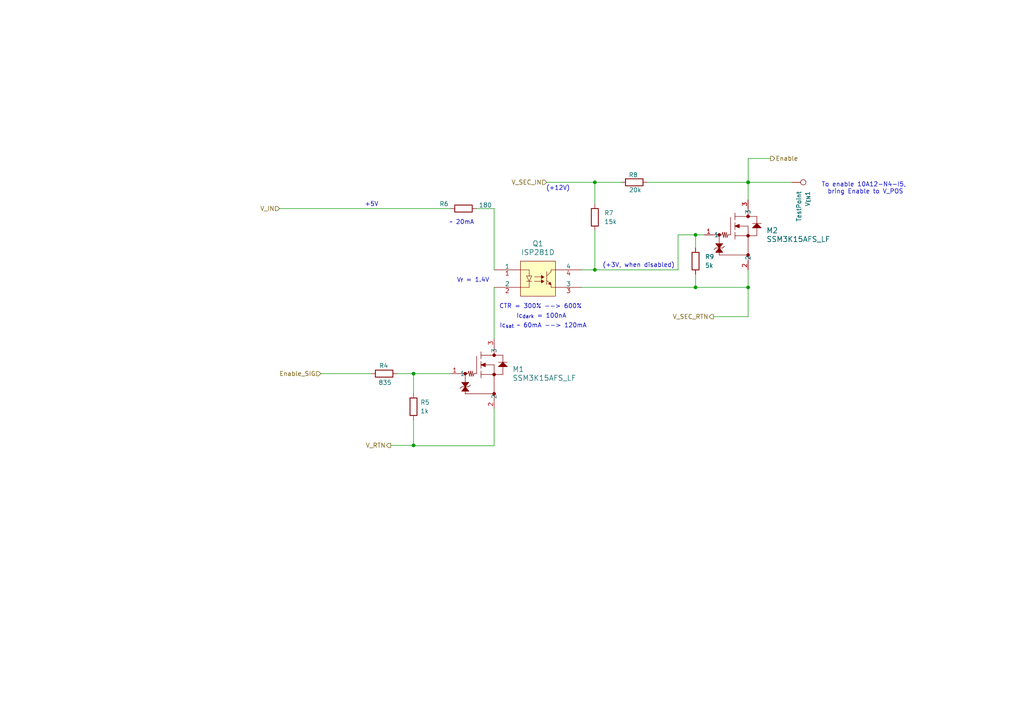
<source format=kicad_sch>
(kicad_sch
	(version 20250114)
	(generator "eeschema")
	(generator_version "9.0")
	(uuid "d579b473-ed42-4a9c-847c-d9f8bc85dc37")
	(paper "A4")
	(lib_symbols
		(symbol "ISOCOM:ISP281D"
			(pin_names
				(offset 0)
			)
			(exclude_from_sim no)
			(in_bom yes)
			(on_board yes)
			(property "Reference" "Q"
				(at 8.89 7.366 0)
				(effects
					(font
						(size 1.524 1.524)
					)
				)
			)
			(property "Value" "ISP281D"
				(at 12.446 4.572 0)
				(effects
					(font
						(size 1.524 1.524)
					)
				)
			)
			(property "Footprint" "ISOCOM:ISP281D_ISO"
				(at 0 0 0)
				(effects
					(font
						(size 1.27 1.27)
						(italic yes)
					)
					(hide yes)
				)
			)
			(property "Datasheet" "http://isocom.com/wp-content/uploads/2020/06/dd93256-030620.pdf"
				(at 0 0 0)
				(effects
					(font
						(size 1.27 1.27)
						(italic yes)
					)
					(hide yes)
				)
			)
			(property "Description" "Optoisolator Transistor Output 3750Vrms 1 Channel 4-SOP"
				(at 0 0 0)
				(effects
					(font
						(size 1.27 1.27)
					)
					(hide yes)
				)
			)
			(property "Manufacturer" "Isocom Components 2004 LTD"
				(at 0 0 0)
				(effects
					(font
						(size 1.27 1.27)
					)
					(hide yes)
				)
			)
			(property "Man. Part Num" "ISP281D"
				(at 0 0 0)
				(effects
					(font
						(size 1.27 1.27)
					)
					(hide yes)
				)
			)
			(property "Distributor" "Digi-Key"
				(at 0 0 0)
				(effects
					(font
						(size 1.27 1.27)
					)
					(hide yes)
				)
			)
			(property "Dist. Part Num" "58-ISP281DCT-ND"
				(at 0 0 0)
				(effects
					(font
						(size 1.27 1.27)
					)
					(hide yes)
				)
			)
			(property "Part Type" "SMD"
				(at 0 0 0)
				(effects
					(font
						(size 1.27 1.27)
					)
					(hide yes)
				)
			)
			(property "Package" "4-SOP"
				(at 0 0 0)
				(effects
					(font
						(size 1.27 1.27)
					)
					(hide yes)
				)
			)
			(property "Notes" ""
				(at 0 0 0)
				(effects
					(font
						(size 1.27 1.27)
					)
					(hide yes)
				)
			)
			(property "ki_keywords" "ISP281D"
				(at 0 0 0)
				(effects
					(font
						(size 1.27 1.27)
					)
					(hide yes)
				)
			)
			(property "ki_fp_filters" "ISP281D_ISO ISP281D_ISO-M ISP281D_ISO-L"
				(at 0 0 0)
				(effects
					(font
						(size 1.27 1.27)
					)
					(hide yes)
				)
			)
			(symbol "ISP281D_0_1"
				(polyline
					(pts
						(xy 9.398 -1.778) (xy 10.16 -3.302)
					)
					(stroke
						(width 0.127)
						(type default)
					)
					(fill
						(type none)
					)
				)
				(polyline
					(pts
						(xy 9.398 -3.302) (xy 10.922 -3.302)
					)
					(stroke
						(width 0.127)
						(type default)
					)
					(fill
						(type none)
					)
				)
				(polyline
					(pts
						(xy 10.16 0) (xy 7.62 0)
					)
					(stroke
						(width 0.127)
						(type default)
					)
					(fill
						(type none)
					)
				)
				(polyline
					(pts
						(xy 10.16 0) (xy 10.16 -1.778)
					)
					(stroke
						(width 0.127)
						(type default)
					)
					(fill
						(type none)
					)
				)
				(polyline
					(pts
						(xy 10.16 -3.302) (xy 10.16 -5.08)
					)
					(stroke
						(width 0.127)
						(type default)
					)
					(fill
						(type none)
					)
				)
				(polyline
					(pts
						(xy 10.16 -3.302) (xy 10.922 -1.778)
					)
					(stroke
						(width 0.127)
						(type default)
					)
					(fill
						(type none)
					)
				)
				(polyline
					(pts
						(xy 10.16 -5.08) (xy 7.62 -5.08)
					)
					(stroke
						(width 0.127)
						(type default)
					)
					(fill
						(type none)
					)
				)
				(polyline
					(pts
						(xy 10.922 -1.778) (xy 9.398 -1.778)
					)
					(stroke
						(width 0.127)
						(type default)
					)
					(fill
						(type none)
					)
				)
				(polyline
					(pts
						(xy 11.684 -2.032) (xy 13.716 -2.032)
					)
					(stroke
						(width 0.127)
						(type default)
					)
					(fill
						(type none)
					)
				)
				(polyline
					(pts
						(xy 11.684 -3.302) (xy 13.716 -3.302)
					)
					(stroke
						(width 0.127)
						(type default)
					)
					(fill
						(type none)
					)
				)
				(polyline
					(pts
						(xy 13.716 -1.524) (xy 13.716 -2.54) (xy 14.478 -2.032)
					)
					(stroke
						(width 0)
						(type default)
					)
					(fill
						(type outline)
					)
				)
				(polyline
					(pts
						(xy 13.716 -2.794) (xy 13.716 -3.81) (xy 14.478 -3.302)
					)
					(stroke
						(width 0)
						(type default)
					)
					(fill
						(type outline)
					)
				)
				(polyline
					(pts
						(xy 15.24 -1.778) (xy 16.51 -0.508)
					)
					(stroke
						(width 0.127)
						(type default)
					)
					(fill
						(type none)
					)
				)
				(polyline
					(pts
						(xy 15.24 -3.048) (xy 16.002 -3.81)
					)
					(stroke
						(width 0.127)
						(type default)
					)
					(fill
						(type none)
					)
				)
				(polyline
					(pts
						(xy 15.24 -4.318) (xy 15.24 -0.508)
					)
					(stroke
						(width 0.127)
						(type default)
					)
					(fill
						(type none)
					)
				)
				(polyline
					(pts
						(xy 16.4717 -4.3107) (xy 15.748 -4.064) (xy 16.256 -3.556) (xy 16.51 -4.318)
					)
					(stroke
						(width 0)
						(type default)
					)
					(fill
						(type outline)
					)
				)
				(polyline
					(pts
						(xy 16.51 0) (xy 17.78 0)
					)
					(stroke
						(width 0.127)
						(type default)
					)
					(fill
						(type none)
					)
				)
				(polyline
					(pts
						(xy 16.51 -0.508) (xy 16.51 0)
					)
					(stroke
						(width 0.127)
						(type default)
					)
					(fill
						(type none)
					)
				)
				(polyline
					(pts
						(xy 16.51 -4.318) (xy 16.51 -5.08)
					)
					(stroke
						(width 0.127)
						(type default)
					)
					(fill
						(type none)
					)
				)
				(polyline
					(pts
						(xy 17.78 -5.08) (xy 16.51 -5.08)
					)
					(stroke
						(width 0.127)
						(type default)
					)
					(fill
						(type none)
					)
				)
				(pin unspecified line
					(at 0 0 0)
					(length 7.62)
					(name "1"
						(effects
							(font
								(size 1.27 1.27)
							)
						)
					)
					(number "1"
						(effects
							(font
								(size 1.27 1.27)
							)
						)
					)
				)
				(pin unspecified line
					(at 0 -5.08 0)
					(length 7.62)
					(name "2"
						(effects
							(font
								(size 1.27 1.27)
							)
						)
					)
					(number "2"
						(effects
							(font
								(size 1.27 1.27)
							)
						)
					)
				)
				(pin unspecified line
					(at 25.4 0 180)
					(length 7.62)
					(name "4"
						(effects
							(font
								(size 1.27 1.27)
							)
						)
					)
					(number "4"
						(effects
							(font
								(size 1.27 1.27)
							)
						)
					)
				)
				(pin unspecified line
					(at 25.4 -5.08 180)
					(length 7.62)
					(name "3"
						(effects
							(font
								(size 1.27 1.27)
							)
						)
					)
					(number "3"
						(effects
							(font
								(size 1.27 1.27)
							)
						)
					)
				)
			)
			(symbol "ISP281D_1_1"
				(rectangle
					(start 7.62 2.54)
					(end 17.78 -7.62)
					(stroke
						(width 0)
						(type default)
					)
					(fill
						(type background)
					)
				)
			)
			(embedded_fonts no)
		)
		(symbol "Passive_Parts:R"
			(pin_numbers
				(hide yes)
			)
			(pin_names
				(offset 0)
				(hide yes)
			)
			(exclude_from_sim no)
			(in_bom yes)
			(on_board yes)
			(property "Reference" "R"
				(at 2.54 5.08 0)
				(effects
					(font
						(size 1.27 1.27)
					)
				)
			)
			(property "Value" ""
				(at 0 0 0)
				(effects
					(font
						(size 1.27 1.27)
					)
				)
			)
			(property "Footprint" ""
				(at 0 0 0)
				(effects
					(font
						(size 1.27 1.27)
					)
					(hide yes)
				)
			)
			(property "Datasheet" ""
				(at 0 0 0)
				(effects
					(font
						(size 1.27 1.27)
					)
					(hide yes)
				)
			)
			(property "Description" ""
				(at 0 0 0)
				(effects
					(font
						(size 1.27 1.27)
					)
					(hide yes)
				)
			)
			(property "Manufacturer" ""
				(at 0 0 0)
				(effects
					(font
						(size 1.27 1.27)
					)
					(hide yes)
				)
			)
			(property "Man. Part Num" ""
				(at 0 0 0)
				(effects
					(font
						(size 1.27 1.27)
					)
					(hide yes)
				)
			)
			(property "Distributor" "Digi-Key"
				(at 0 0 0)
				(effects
					(font
						(size 1.27 1.27)
					)
					(hide yes)
				)
			)
			(property "Dist. Part Num" ""
				(at 0 0 0)
				(effects
					(font
						(size 1.27 1.27)
					)
					(hide yes)
				)
			)
			(property "Part Type" "SMD"
				(at 0 0 0)
				(effects
					(font
						(size 1.27 1.27)
					)
					(hide yes)
				)
			)
			(property "Notes" ""
				(at 0 0 0)
				(effects
					(font
						(size 1.27 1.27)
					)
					(hide yes)
				)
			)
			(property "Package" ""
				(at 0 0 0)
				(effects
					(font
						(size 1.27 1.27)
					)
					(hide yes)
				)
			)
			(symbol "R_0_1"
				(rectangle
					(start 5.08 1.524)
					(end 0 3.556)
					(stroke
						(width 0.254)
						(type default)
					)
					(fill
						(type none)
					)
				)
			)
			(symbol "R_1_1"
				(pin passive line
					(at -1.27 2.54 0)
					(length 1.27)
					(name "~"
						(effects
							(font
								(size 1.27 1.27)
							)
						)
					)
					(number "1"
						(effects
							(font
								(size 1.27 1.27)
							)
						)
					)
				)
				(pin passive line
					(at 6.35 2.54 180)
					(length 1.27)
					(name "~"
						(effects
							(font
								(size 1.27 1.27)
							)
						)
					)
					(number "2"
						(effects
							(font
								(size 1.27 1.27)
							)
						)
					)
				)
			)
			(embedded_fonts no)
		)
		(symbol "Passive_Parts:TP"
			(pin_numbers
				(hide yes)
			)
			(pin_names
				(hide yes)
			)
			(exclude_from_sim no)
			(in_bom yes)
			(on_board yes)
			(property "Reference" "TP"
				(at 2.286 3.302 0)
				(effects
					(font
						(size 1.27 1.27)
					)
				)
			)
			(property "Value" ""
				(at -2.54 0 0)
				(effects
					(font
						(size 1.27 1.27)
					)
				)
			)
			(property "Footprint" ""
				(at -2.54 0 0)
				(effects
					(font
						(size 1.27 1.27)
					)
					(hide yes)
				)
			)
			(property "Datasheet" ""
				(at -2.54 0 0)
				(effects
					(font
						(size 1.27 1.27)
					)
					(hide yes)
				)
			)
			(property "Description" ""
				(at -2.54 0 0)
				(effects
					(font
						(size 1.27 1.27)
					)
					(hide yes)
				)
			)
			(property "Manufacturer" ""
				(at 0 0 0)
				(effects
					(font
						(size 1.27 1.27)
					)
					(hide yes)
				)
			)
			(property "Man. Part Num" ""
				(at 0 0 0)
				(effects
					(font
						(size 1.27 1.27)
					)
					(hide yes)
				)
			)
			(property "Distributor" ""
				(at 0 0 0)
				(effects
					(font
						(size 1.27 1.27)
					)
					(hide yes)
				)
			)
			(property "Dist. Part Num" ""
				(at 0 0 0)
				(effects
					(font
						(size 1.27 1.27)
					)
					(hide yes)
				)
			)
			(property "Part Type" ""
				(at 0 0 0)
				(effects
					(font
						(size 1.27 1.27)
					)
					(hide yes)
				)
			)
			(property "Package" ""
				(at 0 0 0)
				(effects
					(font
						(size 1.27 1.27)
					)
					(hide yes)
				)
			)
			(property "Notes" ""
				(at 0 0 0)
				(effects
					(font
						(size 1.27 1.27)
					)
					(hide yes)
				)
			)
			(symbol "TP_0_1"
				(circle
					(center 0 3.302)
					(radius 0.762)
					(stroke
						(width 0)
						(type default)
					)
					(fill
						(type none)
					)
				)
			)
			(symbol "TP_1_1"
				(pin passive line
					(at 0 0 90)
					(length 2.54)
					(name "1"
						(effects
							(font
								(size 1.27 1.27)
							)
						)
					)
					(number "1"
						(effects
							(font
								(size 1.27 1.27)
							)
						)
					)
				)
			)
			(embedded_fonts no)
		)
		(symbol "Toshiba_Semi:SSM3K15AFS_LF"
			(pin_names
				(offset 0.254)
			)
			(exclude_from_sim no)
			(in_bom yes)
			(on_board yes)
			(property "Reference" "MOSFET"
				(at 0 0 0)
				(effects
					(font
						(size 1.524 1.524)
					)
				)
			)
			(property "Value" "SSM3K15AFS_LF"
				(at 0 0 0)
				(effects
					(font
						(size 1.524 1.524)
					)
				)
			)
			(property "Footprint" "SSM_TOS"
				(at 0 0 0)
				(effects
					(font
						(size 1.27 1.27)
						(italic yes)
					)
					(hide yes)
				)
			)
			(property "Datasheet" "https://toshiba.semicon-storage.com/info/SSM3K15AFS_datasheet_en_20140301.pdf?did=5914&prodName=SSM3K15AFS"
				(at 0 0 0)
				(effects
					(font
						(size 1.27 1.27)
						(italic yes)
					)
					(hide yes)
				)
			)
			(property "Description" "MOSFET N-CH 30V 100MA SSM"
				(at 0 0 0)
				(effects
					(font
						(size 1.27 1.27)
					)
					(hide yes)
				)
			)
			(property "Manufacturer" "Toshiba Semiconductor and Storage"
				(at 0 0 0)
				(effects
					(font
						(size 1.27 1.27)
					)
					(hide yes)
				)
			)
			(property "Man. Part Num" "SSM3K15AFS,LF"
				(at 0 0 0)
				(effects
					(font
						(size 1.27 1.27)
					)
					(hide yes)
				)
			)
			(property "Distributor" "Digi-Key"
				(at 0 0 0)
				(effects
					(font
						(size 1.27 1.27)
					)
					(hide yes)
				)
			)
			(property "Dist. Part Num" "SSM3K15AFSLFCT-ND"
				(at 0 0 0)
				(effects
					(font
						(size 1.27 1.27)
					)
					(hide yes)
				)
			)
			(property "Part Type" "SMD"
				(at 0 0 0)
				(effects
					(font
						(size 1.27 1.27)
					)
					(hide yes)
				)
			)
			(property "Package" "SSM_TOS"
				(at 0 0 0)
				(effects
					(font
						(size 1.27 1.27)
					)
					(hide yes)
				)
			)
			(property "Notes" ""
				(at 0 0 0)
				(effects
					(font
						(size 1.27 1.27)
					)
					(hide yes)
				)
			)
			(property "ki_keywords" "SSM3K15AFS,LF"
				(at 0 0 0)
				(effects
					(font
						(size 1.27 1.27)
					)
					(hide yes)
				)
			)
			(property "ki_fp_filters" "SSM_TOS SSM_TOS-M SSM_TOS-L"
				(at 0 0 0)
				(effects
					(font
						(size 1.27 1.27)
					)
					(hide yes)
				)
			)
			(symbol "SSM3K15AFS_LF_0_1"
				(polyline
					(pts
						(xy 0 -7.62) (xy 2.54 -7.62)
					)
					(stroke
						(width 0.1524)
						(type default)
					)
					(fill
						(type none)
					)
				)
				(polyline
					(pts
						(xy 0.762 -10.16) (xy 1.778 -11.43)
					)
					(stroke
						(width 0.1524)
						(type default)
					)
					(fill
						(type none)
					)
				)
				(polyline
					(pts
						(xy 0.762 -10.16) (xy 1.778 -11.43) (xy 0.762 -12.7) (xy 2.794 -12.7) (xy 1.778 -11.43) (xy 2.794 -10.16)
					)
					(stroke
						(width 0)
						(type default)
					)
					(fill
						(type outline)
					)
				)
				(polyline
					(pts
						(xy 0.762 -11.43) (xy 0.254 -11.938)
					)
					(stroke
						(width 0.1524)
						(type default)
					)
					(fill
						(type none)
					)
				)
				(polyline
					(pts
						(xy 0.762 -11.43) (xy 2.794 -11.43)
					)
					(stroke
						(width 0.1524)
						(type default)
					)
					(fill
						(type none)
					)
				)
				(polyline
					(pts
						(xy 0.762 -12.7) (xy 2.794 -12.7)
					)
					(stroke
						(width 0.1524)
						(type default)
					)
					(fill
						(type none)
					)
				)
				(polyline
					(pts
						(xy 1.778 -7.62) (xy 1.778 -10.16)
					)
					(stroke
						(width 0.1524)
						(type default)
					)
					(fill
						(type none)
					)
				)
				(circle
					(center 1.778 -7.62)
					(radius 0.254)
					(stroke
						(width 0.508)
						(type default)
					)
					(fill
						(type none)
					)
				)
				(polyline
					(pts
						(xy 1.778 -11.43) (xy 0.762 -12.7)
					)
					(stroke
						(width 0.1524)
						(type default)
					)
					(fill
						(type none)
					)
				)
				(polyline
					(pts
						(xy 1.778 -11.43) (xy 2.794 -10.16)
					)
					(stroke
						(width 0.1524)
						(type default)
					)
					(fill
						(type none)
					)
				)
				(polyline
					(pts
						(xy 1.778 -12.7) (xy 1.778 -13.462)
					)
					(stroke
						(width 0.1524)
						(type default)
					)
					(fill
						(type none)
					)
				)
				(polyline
					(pts
						(xy 1.778 -13.462) (xy 10.16 -13.462)
					)
					(stroke
						(width 0.1524)
						(type default)
					)
					(fill
						(type none)
					)
				)
				(polyline
					(pts
						(xy 2.794 -6.858) (xy 2.54 -7.62)
					)
					(stroke
						(width 0.1524)
						(type default)
					)
					(fill
						(type none)
					)
				)
				(polyline
					(pts
						(xy 2.794 -10.16) (xy 0.762 -10.16)
					)
					(stroke
						(width 0.1524)
						(type default)
					)
					(fill
						(type none)
					)
				)
				(polyline
					(pts
						(xy 2.794 -11.43) (xy 3.302 -10.922)
					)
					(stroke
						(width 0.1524)
						(type default)
					)
					(fill
						(type none)
					)
				)
				(polyline
					(pts
						(xy 2.794 -12.7) (xy 1.778 -11.43)
					)
					(stroke
						(width 0.1524)
						(type default)
					)
					(fill
						(type none)
					)
				)
				(polyline
					(pts
						(xy 3.048 -8.382) (xy 2.794 -6.858)
					)
					(stroke
						(width 0.1524)
						(type default)
					)
					(fill
						(type none)
					)
				)
				(polyline
					(pts
						(xy 3.302 -6.858) (xy 3.048 -8.382)
					)
					(stroke
						(width 0.1524)
						(type default)
					)
					(fill
						(type none)
					)
				)
				(polyline
					(pts
						(xy 3.556 -8.382) (xy 3.302 -6.858)
					)
					(stroke
						(width 0.1524)
						(type default)
					)
					(fill
						(type none)
					)
				)
				(polyline
					(pts
						(xy 3.81 -6.858) (xy 3.556 -8.382)
					)
					(stroke
						(width 0.1524)
						(type default)
					)
					(fill
						(type none)
					)
				)
				(polyline
					(pts
						(xy 4.064 -8.382) (xy 3.81 -6.858)
					)
					(stroke
						(width 0.1524)
						(type default)
					)
					(fill
						(type none)
					)
				)
				(polyline
					(pts
						(xy 4.318 -7.62) (xy 4.064 -8.382)
					)
					(stroke
						(width 0.1524)
						(type default)
					)
					(fill
						(type none)
					)
				)
				(polyline
					(pts
						(xy 5.08 -7.62) (xy 4.318 -7.62)
					)
					(stroke
						(width 0.1524)
						(type default)
					)
					(fill
						(type none)
					)
				)
				(polyline
					(pts
						(xy 5.08 -7.62) (xy 5.08 -2.54)
					)
					(stroke
						(width 0.1524)
						(type default)
					)
					(fill
						(type none)
					)
				)
				(polyline
					(pts
						(xy 6.35 -3.302) (xy 6.35 -1.27)
					)
					(stroke
						(width 0.1524)
						(type default)
					)
					(fill
						(type none)
					)
				)
				(polyline
					(pts
						(xy 6.35 -5.08) (xy 7.62 -4.572)
					)
					(stroke
						(width 0.1524)
						(type default)
					)
					(fill
						(type none)
					)
				)
				(polyline
					(pts
						(xy 6.35 -6.096) (xy 6.35 -4.064)
					)
					(stroke
						(width 0.1524)
						(type default)
					)
					(fill
						(type none)
					)
				)
				(polyline
					(pts
						(xy 6.35 -7.874) (xy 12.7 -7.874)
					)
					(stroke
						(width 0.1524)
						(type default)
					)
					(fill
						(type none)
					)
				)
				(polyline
					(pts
						(xy 6.35 -8.89) (xy 6.35 -6.858)
					)
					(stroke
						(width 0.1524)
						(type default)
					)
					(fill
						(type none)
					)
				)
				(polyline
					(pts
						(xy 7.62 -4.572) (xy 7.62 -5.588)
					)
					(stroke
						(width 0.1524)
						(type default)
					)
					(fill
						(type none)
					)
				)
				(polyline
					(pts
						(xy 7.62 -4.572) (xy 6.35 -5.08) (xy 7.62 -5.588)
					)
					(stroke
						(width 0)
						(type default)
					)
					(fill
						(type outline)
					)
				)
				(polyline
					(pts
						(xy 7.62 -5.08) (xy 10.16 -5.08)
					)
					(stroke
						(width 0.1524)
						(type default)
					)
					(fill
						(type none)
					)
				)
				(polyline
					(pts
						(xy 7.62 -5.588) (xy 6.35 -5.08)
					)
					(stroke
						(width 0.1524)
						(type default)
					)
					(fill
						(type none)
					)
				)
				(polyline
					(pts
						(xy 10.16 0) (xy 10.16 -2.286)
					)
					(stroke
						(width 0.1524)
						(type default)
					)
					(fill
						(type none)
					)
				)
				(circle
					(center 10.16 -2.286)
					(radius 0.254)
					(stroke
						(width 0.508)
						(type default)
					)
					(fill
						(type none)
					)
				)
				(polyline
					(pts
						(xy 10.16 -5.08) (xy 10.16 -15.24)
					)
					(stroke
						(width 0.1524)
						(type default)
					)
					(fill
						(type none)
					)
				)
				(circle
					(center 10.16 -7.874)
					(radius 0.254)
					(stroke
						(width 0.508)
						(type default)
					)
					(fill
						(type none)
					)
				)
				(circle
					(center 10.16 -13.462)
					(radius 0.254)
					(stroke
						(width 0.508)
						(type default)
					)
					(fill
						(type none)
					)
				)
				(polyline
					(pts
						(xy 11.43 -4.318) (xy 13.97 -4.318)
					)
					(stroke
						(width 0.1524)
						(type default)
					)
					(fill
						(type none)
					)
				)
				(polyline
					(pts
						(xy 11.43 -5.588) (xy 13.97 -5.588)
					)
					(stroke
						(width 0.1524)
						(type default)
					)
					(fill
						(type none)
					)
				)
				(polyline
					(pts
						(xy 12.7 -2.286) (xy 6.35 -2.286)
					)
					(stroke
						(width 0.1524)
						(type default)
					)
					(fill
						(type none)
					)
				)
				(polyline
					(pts
						(xy 12.7 -4.318) (xy 11.43 -5.588)
					)
					(stroke
						(width 0.1524)
						(type default)
					)
					(fill
						(type none)
					)
				)
				(polyline
					(pts
						(xy 12.7 -4.318) (xy 12.7 -2.286)
					)
					(stroke
						(width 0.1524)
						(type default)
					)
					(fill
						(type none)
					)
				)
				(polyline
					(pts
						(xy 12.7 -4.318) (xy 11.43 -5.588) (xy 13.97 -5.588)
					)
					(stroke
						(width 0)
						(type default)
					)
					(fill
						(type outline)
					)
				)
				(polyline
					(pts
						(xy 12.7 -7.874) (xy 12.7 -5.588)
					)
					(stroke
						(width 0.1524)
						(type default)
					)
					(fill
						(type none)
					)
				)
				(polyline
					(pts
						(xy 13.97 -5.588) (xy 12.7 -4.318)
					)
					(stroke
						(width 0.1524)
						(type default)
					)
					(fill
						(type none)
					)
				)
				(pin unspecified line
					(at -2.54 -7.62 0)
					(length 2.54)
					(name "1"
						(effects
							(font
								(size 1.27 1.27)
							)
						)
					)
					(number "1"
						(effects
							(font
								(size 1.27 1.27)
							)
						)
					)
				)
				(pin unspecified line
					(at 10.16 2.54 270)
					(length 2.54)
					(name "3"
						(effects
							(font
								(size 1.27 1.27)
							)
						)
					)
					(number "3"
						(effects
							(font
								(size 1.27 1.27)
							)
						)
					)
				)
				(pin unspecified line
					(at 10.16 -17.78 90)
					(length 2.54)
					(name "2"
						(effects
							(font
								(size 1.27 1.27)
							)
						)
					)
					(number "2"
						(effects
							(font
								(size 1.27 1.27)
							)
						)
					)
				)
			)
			(embedded_fonts no)
		)
	)
	(text "~ 20mA"
		(exclude_from_sim no)
		(at 133.9221 64.5575 0)
		(effects
			(font
				(size 1.27 1.27)
			)
		)
		(uuid "1f848090-3b35-45d5-a204-ee4193f772ff")
	)
	(text "Ic_{sat} ~ 60mA --> 120mA"
		(exclude_from_sim no)
		(at 157.5441 94.5295 0)
		(effects
			(font
				(size 1.27 1.27)
			)
		)
		(uuid "263d8a9f-2d90-4289-a5fe-71ee9d69f64e")
	)
	(text "CTR = 300% --> 600%"
		(exclude_from_sim no)
		(at 156.7821 88.9415 0)
		(effects
			(font
				(size 1.27 1.27)
			)
		)
		(uuid "2b77fd76-2971-4c4d-ba2e-0f6677046748")
	)
	(text "+5V"
		(exclude_from_sim no)
		(at 107.778 59.3311 0)
		(effects
			(font
				(size 1.27 1.27)
			)
		)
		(uuid "46b6fd5e-0aea-480a-8a80-f9214ac6a899")
	)
	(text "(+12V)"
		(exclude_from_sim no)
		(at 161.8621 54.6515 0)
		(effects
			(font
				(size 1.27 1.27)
			)
		)
		(uuid "67faa884-3a77-4746-b386-0301bfacd901")
	)
	(text "(+3V, when disabled)"
		(exclude_from_sim no)
		(at 185.2301 77.0035 0)
		(effects
			(font
				(size 1.27 1.27)
			)
		)
		(uuid "7fa3c363-8da9-446c-9902-79a9a40f9641")
	)
	(text "Ic_{dark} = 100nA"
		(exclude_from_sim no)
		(at 157.0361 91.7355 0)
		(effects
			(font
				(size 1.27 1.27)
			)
		)
		(uuid "94f05efc-c5db-4591-9be4-38f6098b8086")
	)
	(text "To enable 10A12-N4-I5, \nbring Enable to V_POS"
		(exclude_from_sim no)
		(at 251.0161 54.6515 0)
		(effects
			(font
				(size 1.27 1.27)
			)
		)
		(uuid "b2b78995-8ebd-43a1-a8ad-f2564f5d6ca7")
	)
	(text "V_{f} = 1.4V"
		(exclude_from_sim no)
		(at 137.2241 81.3215 0)
		(effects
			(font
				(size 1.27 1.27)
			)
		)
		(uuid "ff79b7c8-7c4e-4c8c-8f9a-7ed6cfabb444")
	)
	(junction
		(at 201.7401 68.1135)
		(diameter 0)
		(color 0 0 0 0)
		(uuid "172d8795-e16f-47c0-b75f-4128cf4f5e77")
	)
	(junction
		(at 216.9801 52.8735)
		(diameter 0)
		(color 0 0 0 0)
		(uuid "196a34fc-d2cb-42a9-b003-afa359f01b2b")
	)
	(junction
		(at 216.9801 83.3535)
		(diameter 0)
		(color 0 0 0 0)
		(uuid "1dd27c27-e6d0-4c9f-a192-187f35e8e38f")
	)
	(junction
		(at 201.7401 83.3535)
		(diameter 0)
		(color 0 0 0 0)
		(uuid "3720c065-8301-4849-9254-a8b107f50c08")
	)
	(junction
		(at 217.0078 52.8735)
		(diameter 0)
		(color 0 0 0 0)
		(uuid "38300dc6-e5fe-41f4-b2e6-5c3d5935dd71")
	)
	(junction
		(at 172.5301 52.8735)
		(diameter 0)
		(color 0 0 0 0)
		(uuid "51e58e9b-aa4a-4066-a926-6badb8d47e5e")
	)
	(junction
		(at 119.9373 108.3724)
		(diameter 0)
		(color 0 0 0 0)
		(uuid "986d62b2-565a-4b29-bb2a-e29ffa5ba4ef")
	)
	(junction
		(at 119.9373 129.188)
		(diameter 0)
		(color 0 0 0 0)
		(uuid "a9862b9b-211d-41c4-b184-fb4ca303f85d")
	)
	(junction
		(at 172.5301 78.2735)
		(diameter 0)
		(color 0 0 0 0)
		(uuid "c9dff1c5-8180-4760-b607-8dfcab2089a3")
	)
	(wire
		(pts
			(xy 223.4792 45.9591) (xy 217.0078 45.9591)
		)
		(stroke
			(width 0)
			(type default)
		)
		(uuid "04a86dfa-2597-4dd7-8d46-d914eb42220b")
	)
	(wire
		(pts
			(xy 119.9373 108.3724) (xy 115.225 108.3724)
		)
		(stroke
			(width 0)
			(type default)
		)
		(uuid "13c5f039-b752-4b8c-9a58-5e6b40fa9f4f")
	)
	(wire
		(pts
			(xy 172.5301 52.8735) (xy 172.5301 59.2235)
		)
		(stroke
			(width 0)
			(type default)
		)
		(uuid "14c2428b-c4f0-4d63-bf37-555744b0035a")
	)
	(wire
		(pts
			(xy 204.2801 68.1135) (xy 201.7401 68.1135)
		)
		(stroke
			(width 0)
			(type default)
		)
		(uuid "2758fa2a-5b78-4315-ab3d-5a1e179dfeb3")
	)
	(wire
		(pts
			(xy 172.5301 66.8435) (xy 172.5301 78.2735)
		)
		(stroke
			(width 0)
			(type default)
		)
		(uuid "2ae952cb-5c6a-4327-ae98-53faed9c175b")
	)
	(wire
		(pts
			(xy 201.7401 79.5435) (xy 201.7401 83.3535)
		)
		(stroke
			(width 0)
			(type default)
		)
		(uuid "2dd11c5d-e633-479b-989c-bee7d31ddb82")
	)
	(wire
		(pts
			(xy 201.7401 83.3535) (xy 216.9801 83.3535)
		)
		(stroke
			(width 0)
			(type default)
		)
		(uuid "378c032f-7d75-4dae-b0ae-86c550cf507a")
	)
	(wire
		(pts
			(xy 196.6601 68.1135) (xy 196.6601 78.2735)
		)
		(stroke
			(width 0)
			(type default)
		)
		(uuid "3fc2c193-016d-428f-b565-9e5d16bb4c61")
	)
	(wire
		(pts
			(xy 217.0078 52.8735) (xy 229.6801 52.8735)
		)
		(stroke
			(width 0)
			(type default)
		)
		(uuid "4c3dcbc0-14b7-45fd-8104-8f4dad84e5a2")
	)
	(wire
		(pts
			(xy 143.3201 83.3535) (xy 143.3201 98.2087)
		)
		(stroke
			(width 0)
			(type default)
		)
		(uuid "5502a357-e77a-4e27-bd8f-aba4e0eba3ba")
	)
	(wire
		(pts
			(xy 158.5601 52.8735) (xy 172.5301 52.8735)
		)
		(stroke
			(width 0)
			(type default)
		)
		(uuid "64115441-d987-4271-850c-963388386347")
	)
	(wire
		(pts
			(xy 119.9373 108.3687) (xy 119.9373 108.3724)
		)
		(stroke
			(width 0)
			(type default)
		)
		(uuid "6763c356-962e-419d-892d-987ff07b8b3b")
	)
	(wire
		(pts
			(xy 143.3201 129.289) (xy 143.3201 118.5287)
		)
		(stroke
			(width 0)
			(type default)
		)
		(uuid "714aca8d-e64b-4700-a51d-bfaa3a0c02fd")
	)
	(wire
		(pts
			(xy 172.5301 52.8735) (xy 180.1501 52.8735)
		)
		(stroke
			(width 0)
			(type default)
		)
		(uuid "73426c37-e6ac-4b6d-b4d4-ad4132026427")
	)
	(wire
		(pts
			(xy 119.9373 129.289) (xy 143.3201 129.289)
		)
		(stroke
			(width 0)
			(type default)
		)
		(uuid "74200b17-e08a-4a96-884d-920e26e72499")
	)
	(wire
		(pts
			(xy 119.9373 129.188) (xy 119.9373 129.289)
		)
		(stroke
			(width 0)
			(type default)
		)
		(uuid "7468f952-b937-4e9d-9e37-21ac24c20a0f")
	)
	(wire
		(pts
			(xy 216.9801 78.2735) (xy 216.9801 83.3535)
		)
		(stroke
			(width 0)
			(type default)
		)
		(uuid "7ab28963-2a77-4757-803e-9e24035512e6")
	)
	(wire
		(pts
			(xy 216.9801 52.8735) (xy 217.0078 52.8735)
		)
		(stroke
			(width 0)
			(type default)
		)
		(uuid "821b453e-446f-4825-8773-39ec6d1f979d")
	)
	(wire
		(pts
			(xy 143.3201 60.4935) (xy 143.3201 78.2735)
		)
		(stroke
			(width 0)
			(type default)
		)
		(uuid "84f8ea95-3e68-4c23-a1c4-fd7e837912d6")
	)
	(wire
		(pts
			(xy 81.0883 60.4935) (xy 130.6201 60.4935)
		)
		(stroke
			(width 0)
			(type default)
		)
		(uuid "85ed9303-593e-4158-9862-e200928c2bf1")
	)
	(wire
		(pts
			(xy 201.7401 68.1135) (xy 201.7401 71.9235)
		)
		(stroke
			(width 0)
			(type default)
		)
		(uuid "88ce6b1e-0b00-43d1-bb57-8328a89f9e5c")
	)
	(wire
		(pts
			(xy 138.2401 60.4935) (xy 143.3201 60.4935)
		)
		(stroke
			(width 0)
			(type default)
		)
		(uuid "8cdabd5b-03ca-4f8c-b25c-8786aabd4dfc")
	)
	(wire
		(pts
			(xy 216.9801 83.3535) (xy 216.9801 91.8424)
		)
		(stroke
			(width 0)
			(type default)
		)
		(uuid "912805a3-dd0d-4ab5-a3b5-e432e54951ca")
	)
	(wire
		(pts
			(xy 172.5301 78.2735) (xy 196.6601 78.2735)
		)
		(stroke
			(width 0)
			(type default)
		)
		(uuid "98555705-0030-4a6c-8995-3dc3f6592b06")
	)
	(wire
		(pts
			(xy 216.9801 52.8735) (xy 216.9801 57.9535)
		)
		(stroke
			(width 0)
			(type default)
		)
		(uuid "a2654bf0-bfc8-49b5-98ff-09afc1fc71ba")
	)
	(wire
		(pts
			(xy 201.7401 68.1135) (xy 196.6601 68.1135)
		)
		(stroke
			(width 0)
			(type default)
		)
		(uuid "a91c6b6a-768d-436f-8f30-289f4f1f733b")
	)
	(wire
		(pts
			(xy 172.5301 78.2735) (xy 168.7201 78.2735)
		)
		(stroke
			(width 0)
			(type default)
		)
		(uuid "b547512f-41bd-4021-874c-6569c381b100")
	)
	(wire
		(pts
			(xy 130.6201 108.3687) (xy 119.9373 108.3687)
		)
		(stroke
			(width 0)
			(type default)
		)
		(uuid "c6ea253c-7d0a-4f8a-a549-fa16c0665b1a")
	)
	(wire
		(pts
			(xy 216.9801 91.8424) (xy 206.943 91.8424)
		)
		(stroke
			(width 0)
			(type default)
		)
		(uuid "d05a64a2-a96d-4486-a640-50d433f58cb4")
	)
	(wire
		(pts
			(xy 187.7701 52.8735) (xy 216.9801 52.8735)
		)
		(stroke
			(width 0)
			(type default)
		)
		(uuid "da758946-384a-4774-b0dd-5a8e0333f31a")
	)
	(wire
		(pts
			(xy 119.9373 108.3724) (xy 119.9373 114.1542)
		)
		(stroke
			(width 0)
			(type default)
		)
		(uuid "de0c492f-f10b-4df6-bd9a-90bf5c0f9d7e")
	)
	(wire
		(pts
			(xy 113.3158 129.188) (xy 119.9373 129.188)
		)
		(stroke
			(width 0)
			(type default)
		)
		(uuid "df296171-b18b-4381-8805-05b513bba2be")
	)
	(wire
		(pts
			(xy 119.9373 121.7742) (xy 119.9373 129.188)
		)
		(stroke
			(width 0)
			(type default)
		)
		(uuid "e1b11628-33e7-401d-a4a3-62227b930286")
	)
	(wire
		(pts
			(xy 168.7201 83.3535) (xy 201.7401 83.3535)
		)
		(stroke
			(width 0)
			(type default)
		)
		(uuid "ea373d3b-f3fe-4997-9e18-e0adfcdcc22c")
	)
	(wire
		(pts
			(xy 217.0078 45.9591) (xy 217.0078 52.8735)
		)
		(stroke
			(width 0)
			(type default)
		)
		(uuid "fb2f60e0-6213-4fea-9717-5474928babd7")
	)
	(wire
		(pts
			(xy 107.605 108.3724) (xy 93.0555 108.3724)
		)
		(stroke
			(width 0)
			(type default)
		)
		(uuid "fd66089e-84b2-4052-8dd3-2484d1c38b6d")
	)
	(hierarchical_label "V_IN"
		(shape input)
		(at 81.0883 60.4935 180)
		(effects
			(font
				(size 1.27 1.27)
			)
			(justify right)
		)
		(uuid "0b7e4369-51b6-49e2-858b-77cc800c4545")
	)
	(hierarchical_label "Enable"
		(shape output)
		(at 223.4792 45.9591 0)
		(effects
			(font
				(size 1.27 1.27)
			)
			(justify left)
		)
		(uuid "11e62135-fef7-4657-8a77-fb595d0e437e")
	)
	(hierarchical_label "V_RTN"
		(shape output)
		(at 113.3158 129.188 180)
		(effects
			(font
				(size 1.27 1.27)
			)
			(justify right)
		)
		(uuid "26b5b716-2015-4f58-92de-011007052c52")
	)
	(hierarchical_label "V_SEC_RTN"
		(shape output)
		(at 206.943 91.8424 180)
		(effects
			(font
				(size 1.27 1.27)
			)
			(justify right)
		)
		(uuid "7f401b99-f5ae-468e-98ec-e3eb1585e4fd")
	)
	(hierarchical_label "V_SEC_IN"
		(shape input)
		(at 158.5601 52.8735 180)
		(effects
			(font
				(size 1.27 1.27)
			)
			(justify right)
		)
		(uuid "a883b8d3-e0a5-4306-b759-92193df44cbd")
	)
	(hierarchical_label "Enable_SIG"
		(shape input)
		(at 93.0555 108.3724 180)
		(effects
			(font
				(size 1.27 1.27)
			)
			(justify right)
		)
		(uuid "e7c3deda-b9b8-40be-b03c-f5bd5f441ea1")
	)
	(symbol
		(lib_id "Passive_Parts:TP")
		(at 229.6801 52.8735 270)
		(unit 1)
		(exclude_from_sim no)
		(in_bom yes)
		(on_board yes)
		(dnp no)
		(uuid "08790b85-2f39-4c06-82f0-d5c9f368d105")
		(property "Reference" "V_{EN}1"
			(at 234.2522 55.4135 0)
			(effects
				(font
					(size 1.27 1.27)
				)
				(justify left)
			)
		)
		(property "Value" "TestPoint"
			(at 231.7122 55.4135 0)
			(effects
				(font
					(size 1.27 1.27)
				)
				(justify left)
			)
		)
		(property "Footprint" "TestPoint:TestPoint_Keystone_5005-5009_Compact"
			(at 229.6801 50.3335 0)
			(effects
				(font
					(size 1.27 1.27)
				)
				(hide yes)
			)
		)
		(property "Datasheet" "https://www.keyelco.com/userAssets/file/M65p56.pdf"
			(at 229.6801 50.3335 0)
			(effects
				(font
					(size 1.27 1.27)
				)
				(hide yes)
			)
		)
		(property "Description" "White PC Test Point, Compact Phosphor Bronze Silver Plating Through Hole Mounting Type"
			(at 229.6801 50.3335 0)
			(effects
				(font
					(size 1.27 1.27)
				)
				(hide yes)
			)
		)
		(property "Manufacturer" "Keystone Electronics"
			(at 229.6801 52.8735 0)
			(effects
				(font
					(size 1.27 1.27)
				)
				(hide yes)
			)
		)
		(property "Man. Part Num" "5007"
			(at 229.6801 52.8735 0)
			(effects
				(font
					(size 1.27 1.27)
				)
				(hide yes)
			)
		)
		(property "Distributor" "Digi-Key"
			(at 229.6801 52.8735 0)
			(effects
				(font
					(size 1.27 1.27)
				)
				(hide yes)
			)
		)
		(property "Dist. Part Num" "36-5007-ND"
			(at 229.6801 52.8735 0)
			(effects
				(font
					(size 1.27 1.27)
				)
				(hide yes)
			)
		)
		(property "Part Type" "Through Hole"
			(at 229.6801 52.8735 0)
			(effects
				(font
					(size 1.27 1.27)
				)
				(hide yes)
			)
		)
		(property "Package" ""
			(at 229.6801 52.8735 0)
			(effects
				(font
					(size 1.27 1.27)
				)
				(hide yes)
			)
		)
		(property "Notes" ""
			(at 229.6801 52.8735 0)
			(effects
				(font
					(size 1.27 1.27)
				)
				(hide yes)
			)
		)
		(pin "1"
			(uuid "c7cc7200-12c2-4d4f-9b01-09c453fedb23")
		)
		(instances
			(project "TPC_COLD_HV_PDU"
				(path "/5ecd9e82-fea0-4c47-a005-55cc512b1aa2/f22603ec-5827-46ff-b908-30b434c7b844"
					(reference "V_{EN}1")
					(unit 1)
				)
			)
		)
	)
	(symbol
		(lib_id "Passive_Parts:R")
		(at 113.955 105.8324 180)
		(unit 1)
		(exclude_from_sim no)
		(in_bom yes)
		(on_board yes)
		(dnp no)
		(uuid "21494a47-00f0-44c7-895b-1f70991712c7")
		(property "Reference" "R4"
			(at 111.2891 106.0586 0)
			(effects
				(font
					(size 1.27 1.27)
				)
			)
		)
		(property "Value" "835"
			(at 111.6734 110.9587 0)
			(effects
				(font
					(size 1.27 1.27)
				)
			)
		)
		(property "Footprint" "Resistor_SMD:R_0603_1608Metric"
			(at 113.955 105.8324 0)
			(effects
				(font
					(size 1.27 1.27)
				)
				(hide yes)
			)
		)
		(property "Datasheet" "https://www.koaspeer.com/pdfs/RN73H.pdf"
			(at 113.955 105.8324 0)
			(effects
				(font
					(size 1.27 1.27)
				)
				(hide yes)
			)
		)
		(property "Description" "835 Ohms ±0.05% 0.1W, 1/10W Chip Resistor 0603 (1608 Metric) Automotive AEC-Q200, Moisture Resistant Metal Film"
			(at 113.955 105.8324 0)
			(effects
				(font
					(size 1.27 1.27)
				)
				(hide yes)
			)
		)
		(property "Manufacturer" "KOA Speer Electronics, Inc."
			(at 113.955 105.8324 0)
			(effects
				(font
					(size 1.27 1.27)
				)
				(hide yes)
			)
		)
		(property "Man. Part Num" "RN73H1JTTD8350A05"
			(at 113.955 105.8324 0)
			(effects
				(font
					(size 1.27 1.27)
				)
				(hide yes)
			)
		)
		(property "Distributor" "Digi-Key"
			(at 113.955 105.8324 0)
			(effects
				(font
					(size 1.27 1.27)
				)
				(hide yes)
			)
		)
		(property "Dist. Part Num" "2019-RN73H1JTTD8350A05CT-ND"
			(at 113.955 105.8324 0)
			(effects
				(font
					(size 1.27 1.27)
				)
				(hide yes)
			)
		)
		(property "Part Type" "SMD"
			(at 113.955 105.8324 0)
			(effects
				(font
					(size 1.27 1.27)
				)
				(hide yes)
			)
		)
		(property "Notes" ""
			(at 113.955 105.8324 0)
			(effects
				(font
					(size 1.27 1.27)
				)
				(hide yes)
			)
		)
		(property "Package" "0603 (1608 Metric)"
			(at 113.955 105.8324 0)
			(effects
				(font
					(size 1.27 1.27)
				)
				(hide yes)
			)
		)
		(pin "2"
			(uuid "9e2bed1f-c3ad-4ad3-b604-9b2c5920d2a0")
		)
		(pin "1"
			(uuid "fd09d237-e41c-4545-9062-bcbee2a368d3")
		)
		(instances
			(project "TPC_COLD_HV_PDU"
				(path "/5ecd9e82-fea0-4c47-a005-55cc512b1aa2/f22603ec-5827-46ff-b908-30b434c7b844"
					(reference "R4")
					(unit 1)
				)
			)
		)
	)
	(symbol
		(lib_id "Passive_Parts:R")
		(at 169.9901 60.4935 270)
		(unit 1)
		(exclude_from_sim no)
		(in_bom yes)
		(on_board yes)
		(dnp no)
		(fields_autoplaced yes)
		(uuid "251747b1-98f0-4c0d-8421-d3b21634efcc")
		(property "Reference" "R7"
			(at 175.26 61.7634 90)
			(effects
				(font
					(size 1.27 1.27)
				)
				(justify left)
			)
		)
		(property "Value" "15k"
			(at 175.26 64.3034 90)
			(effects
				(font
					(size 1.27 1.27)
				)
				(justify left)
			)
		)
		(property "Footprint" "Resistor_SMD:R_0603_1608Metric"
			(at 169.9901 60.4935 0)
			(effects
				(font
					(size 1.27 1.27)
				)
				(hide yes)
			)
		)
		(property "Datasheet" "https://industrial.panasonic.com/cdbs/www-data/pdf/RDM0000/AOA0000C307.pdf"
			(at 169.9901 60.4935 0)
			(effects
				(font
					(size 1.27 1.27)
				)
				(hide yes)
			)
		)
		(property "Description" "15 kOhms ±0.1% 0.1W, 1/10W Chip Resistor 0603 (1608 Metric) Automotive AEC-Q200 Thin Film"
			(at 169.9901 60.4935 0)
			(effects
				(font
					(size 1.27 1.27)
				)
				(hide yes)
			)
		)
		(property "Manufacturer" "Panasonic Electronic Components"
			(at 169.9901 60.4935 0)
			(effects
				(font
					(size 1.27 1.27)
				)
				(hide yes)
			)
		)
		(property "Man. Part Num" "ERA-3AEB153V"
			(at 169.9901 60.4935 0)
			(effects
				(font
					(size 1.27 1.27)
				)
				(hide yes)
			)
		)
		(property "Distributor" "Digi-Key"
			(at 169.9901 60.4935 0)
			(effects
				(font
					(size 1.27 1.27)
				)
				(hide yes)
			)
		)
		(property "Dist. Part Num" "P15KDBCT-ND"
			(at 169.9901 60.4935 0)
			(effects
				(font
					(size 1.27 1.27)
				)
				(hide yes)
			)
		)
		(property "Part Type" "SMD"
			(at 169.9901 60.4935 0)
			(effects
				(font
					(size 1.27 1.27)
				)
				(hide yes)
			)
		)
		(property "Notes" ""
			(at 169.9901 60.4935 0)
			(effects
				(font
					(size 1.27 1.27)
				)
				(hide yes)
			)
		)
		(property "Package" "0603 (1608 Metric)"
			(at 169.9901 60.4935 0)
			(effects
				(font
					(size 1.27 1.27)
				)
				(hide yes)
			)
		)
		(pin "2"
			(uuid "aba6c0e2-44ec-4144-b928-9013d4d03076")
		)
		(pin "1"
			(uuid "94945273-9e92-4fdd-9453-82a5186b406a")
		)
		(instances
			(project "TPC_COLD_HV_PDU"
				(path "/5ecd9e82-fea0-4c47-a005-55cc512b1aa2/f22603ec-5827-46ff-b908-30b434c7b844"
					(reference "R7")
					(unit 1)
				)
			)
		)
	)
	(symbol
		(lib_id "Passive_Parts:R")
		(at 131.8901 63.0335 0)
		(unit 1)
		(exclude_from_sim no)
		(in_bom yes)
		(on_board yes)
		(dnp no)
		(uuid "392bd44a-f06e-4e6e-9cf1-55fa44315213")
		(property "Reference" "R6"
			(at 128.7815 59.1272 0)
			(effects
				(font
					(size 1.27 1.27)
				)
			)
		)
		(property "Value" "180"
			(at 140.7719 59.4943 0)
			(effects
				(font
					(size 1.27 1.27)
				)
			)
		)
		(property "Footprint" "Resistor_SMD:R_0603_1608Metric"
			(at 131.8901 63.0335 0)
			(effects
				(font
					(size 1.27 1.27)
				)
				(hide yes)
			)
		)
		(property "Datasheet" "https://www.vishay.com/docs/28758/tnpw_e3.pdf"
			(at 131.8901 63.0335 0)
			(effects
				(font
					(size 1.27 1.27)
				)
				(hide yes)
			)
		)
		(property "Description" "180 Ohms ±0.1% 0.21W Chip Resistor 0603 (1608 Metric) Anti-Sulfur, Automotive AEC-Q200, Moisture Resistant Thin Film"
			(at 131.8901 63.0335 0)
			(effects
				(font
					(size 1.27 1.27)
				)
				(hide yes)
			)
		)
		(property "Manufacturer" "Vishay Dale"
			(at 131.8901 63.0335 0)
			(effects
				(font
					(size 1.27 1.27)
				)
				(hide yes)
			)
		)
		(property "Man. Part Num" "TNPW0603180RBEEA"
			(at 131.8901 63.0335 0)
			(effects
				(font
					(size 1.27 1.27)
				)
				(hide yes)
			)
		)
		(property "Distributor" "Digi-Key"
			(at 131.8901 63.0335 0)
			(effects
				(font
					(size 1.27 1.27)
				)
				(hide yes)
			)
		)
		(property "Dist. Part Num" "541-4531-1-ND"
			(at 131.8901 63.0335 0)
			(effects
				(font
					(size 1.27 1.27)
				)
				(hide yes)
			)
		)
		(property "Part Type" "SMD"
			(at 131.8901 63.0335 0)
			(effects
				(font
					(size 1.27 1.27)
				)
				(hide yes)
			)
		)
		(property "Notes" ""
			(at 131.8901 63.0335 0)
			(effects
				(font
					(size 1.27 1.27)
				)
				(hide yes)
			)
		)
		(property "Package" "0603 (1608 Metric)"
			(at 131.8901 63.0335 0)
			(effects
				(font
					(size 1.27 1.27)
				)
				(hide yes)
			)
		)
		(pin "2"
			(uuid "55fea0c1-aefb-4db7-b1b2-348f8aca7728")
		)
		(pin "1"
			(uuid "6a31ea72-90d3-470d-9d55-723f3b20a7cf")
		)
		(instances
			(project "TPC_COLD_HV_PDU"
				(path "/5ecd9e82-fea0-4c47-a005-55cc512b1aa2/f22603ec-5827-46ff-b908-30b434c7b844"
					(reference "R6")
					(unit 1)
				)
			)
		)
	)
	(symbol
		(lib_id "Passive_Parts:R")
		(at 199.2001 73.1935 270)
		(unit 1)
		(exclude_from_sim no)
		(in_bom yes)
		(on_board yes)
		(dnp no)
		(fields_autoplaced yes)
		(uuid "4a16c9ed-4819-4fcc-8540-6232e7dd4c90")
		(property "Reference" "R9"
			(at 204.47 74.4634 90)
			(effects
				(font
					(size 1.27 1.27)
				)
				(justify left)
			)
		)
		(property "Value" "5k"
			(at 204.47 77.0034 90)
			(effects
				(font
					(size 1.27 1.27)
				)
				(justify left)
			)
		)
		(property "Footprint" "Resistor_SMD:R_0603_1608Metric"
			(at 199.2001 73.1935 0)
			(effects
				(font
					(size 1.27 1.27)
				)
				(hide yes)
			)
		)
		(property "Datasheet" "https://www.yageo.com/upload/media/product/app/datasheet/rchip/pyu-rt_1-to-0.01_rohs_l.pdf"
			(at 199.2001 73.1935 0)
			(effects
				(font
					(size 1.27 1.27)
				)
				(hide yes)
			)
		)
		(property "Description" "5 kOhms ±0.1% 0.1W, 1/10W Chip Resistor 0603 (1608 Metric) Thin Film"
			(at 199.2001 73.1935 0)
			(effects
				(font
					(size 1.27 1.27)
				)
				(hide yes)
			)
		)
		(property "Manufacturer" "YAGEO"
			(at 199.2001 73.1935 0)
			(effects
				(font
					(size 1.27 1.27)
				)
				(hide yes)
			)
		)
		(property "Man. Part Num" "RT0603BRE075KL"
			(at 199.2001 73.1935 0)
			(effects
				(font
					(size 1.27 1.27)
				)
				(hide yes)
			)
		)
		(property "Distributor" "Digi-Key"
			(at 199.2001 73.1935 0)
			(effects
				(font
					(size 1.27 1.27)
				)
				(hide yes)
			)
		)
		(property "Dist. Part Num" "13-RT0603BRE075KLCT-ND"
			(at 199.2001 73.1935 0)
			(effects
				(font
					(size 1.27 1.27)
				)
				(hide yes)
			)
		)
		(property "Part Type" "SMD"
			(at 199.2001 73.1935 0)
			(effects
				(font
					(size 1.27 1.27)
				)
				(hide yes)
			)
		)
		(property "Notes" ""
			(at 199.2001 73.1935 0)
			(effects
				(font
					(size 1.27 1.27)
				)
				(hide yes)
			)
		)
		(property "Package" "0603 (1608 Metric)"
			(at 199.2001 73.1935 0)
			(effects
				(font
					(size 1.27 1.27)
				)
				(hide yes)
			)
		)
		(pin "2"
			(uuid "1cc289e1-90ea-4b47-a7e5-5b327687910d")
		)
		(pin "1"
			(uuid "5d5f9c10-3cce-4a72-9df6-dafe39f7f996")
		)
		(instances
			(project "TPC_COLD_HV_PDU"
				(path "/5ecd9e82-fea0-4c47-a005-55cc512b1aa2/f22603ec-5827-46ff-b908-30b434c7b844"
					(reference "R9")
					(unit 1)
				)
			)
		)
	)
	(symbol
		(lib_id "Toshiba_Semi:SSM3K15AFS_LF")
		(at 206.8201 60.4935 0)
		(unit 1)
		(exclude_from_sim no)
		(in_bom yes)
		(on_board yes)
		(dnp no)
		(fields_autoplaced yes)
		(uuid "5de3ccdd-2ef0-4e41-86d6-d9b2d619ce3e")
		(property "Reference" "M2"
			(at 222.25 66.8434 0)
			(effects
				(font
					(size 1.524 1.524)
				)
				(justify left)
			)
		)
		(property "Value" "SSM3K15AFS_LF"
			(at 222.25 69.3834 0)
			(effects
				(font
					(size 1.524 1.524)
				)
				(justify left)
			)
		)
		(property "Footprint" "Toshiba_Semi:SSM_TOS"
			(at 206.8201 60.4935 0)
			(effects
				(font
					(size 1.27 1.27)
					(italic yes)
				)
				(hide yes)
			)
		)
		(property "Datasheet" "https://toshiba.semicon-storage.com/info/SSM3K15AFS_datasheet_en_20140301.pdf?did=5914&prodName=SSM3K15AFS"
			(at 206.8201 60.4935 0)
			(effects
				(font
					(size 1.27 1.27)
					(italic yes)
				)
				(hide yes)
			)
		)
		(property "Description" "MOSFET N-CH 30V 100MA SSM"
			(at 206.8201 60.4935 0)
			(effects
				(font
					(size 1.27 1.27)
				)
				(hide yes)
			)
		)
		(property "Manufacturer" "Toshiba Semiconductor and Storage"
			(at 206.8201 60.4935 0)
			(effects
				(font
					(size 1.27 1.27)
				)
				(hide yes)
			)
		)
		(property "Man. Part Num" "SSM3K15AFS,LF"
			(at 206.8201 60.4935 0)
			(effects
				(font
					(size 1.27 1.27)
				)
				(hide yes)
			)
		)
		(property "Distributor" "Digi-Key"
			(at 206.8201 60.4935 0)
			(effects
				(font
					(size 1.27 1.27)
				)
				(hide yes)
			)
		)
		(property "Dist. Part Num" "SSM3K15AFSLFCT-ND"
			(at 206.8201 60.4935 0)
			(effects
				(font
					(size 1.27 1.27)
				)
				(hide yes)
			)
		)
		(property "Part Type" "SMD"
			(at 206.8201 60.4935 0)
			(effects
				(font
					(size 1.27 1.27)
				)
				(hide yes)
			)
		)
		(property "Package" "SSM_TOS"
			(at 206.8201 60.4935 0)
			(effects
				(font
					(size 1.27 1.27)
				)
				(hide yes)
			)
		)
		(property "Notes" ""
			(at 206.8201 60.4935 0)
			(effects
				(font
					(size 1.27 1.27)
				)
				(hide yes)
			)
		)
		(pin "2"
			(uuid "41fcd885-f694-4688-9f49-8f0b2e2a4d56")
		)
		(pin "1"
			(uuid "e250a9e7-5d0b-43aa-956a-c3dfb0292245")
		)
		(pin "3"
			(uuid "7484fc42-f614-4fbf-9c81-1812dca68c74")
		)
		(instances
			(project "TPC_COLD_HV_PDU"
				(path "/5ecd9e82-fea0-4c47-a005-55cc512b1aa2/f22603ec-5827-46ff-b908-30b434c7b844"
					(reference "M2")
					(unit 1)
				)
			)
		)
	)
	(symbol
		(lib_id "Passive_Parts:R")
		(at 181.4201 55.4135 0)
		(unit 1)
		(exclude_from_sim no)
		(in_bom yes)
		(on_board yes)
		(dnp no)
		(uuid "a84f71ce-10f6-4a76-9b54-f73d6d7453a1")
		(property "Reference" "R8"
			(at 183.6795 50.7384 0)
			(effects
				(font
					(size 1.27 1.27)
				)
			)
		)
		(property "Value" "20k"
			(at 184.2346 55.0939 0)
			(effects
				(font
					(size 1.27 1.27)
				)
			)
		)
		(property "Footprint" "Resistor_SMD:R_0603_1608Metric"
			(at 181.4201 55.4135 0)
			(effects
				(font
					(size 1.27 1.27)
				)
				(hide yes)
			)
		)
		(property "Datasheet" "https://industrial.panasonic.com/cdbs/www-data/pdf/RDM0000/AOA0000C307.pdf"
			(at 181.4201 55.4135 0)
			(effects
				(font
					(size 1.27 1.27)
				)
				(hide yes)
			)
		)
		(property "Description" "20 kOhms ±0.1% 0.1W, 1/10W Chip Resistor 0603 (1608 Metric) Automotive AEC-Q200 Thin Film"
			(at 181.4201 55.4135 0)
			(effects
				(font
					(size 1.27 1.27)
				)
				(hide yes)
			)
		)
		(property "Manufacturer" "Panasonic Electronic Components"
			(at 181.4201 55.4135 0)
			(effects
				(font
					(size 1.27 1.27)
				)
				(hide yes)
			)
		)
		(property "Man. Part Num" "ERA-3AEB203V"
			(at 181.4201 55.4135 0)
			(effects
				(font
					(size 1.27 1.27)
				)
				(hide yes)
			)
		)
		(property "Distributor" "Digi-Key"
			(at 181.4201 55.4135 0)
			(effects
				(font
					(size 1.27 1.27)
				)
				(hide yes)
			)
		)
		(property "Dist. Part Num" "P20KDBCT-ND"
			(at 181.4201 55.4135 0)
			(effects
				(font
					(size 1.27 1.27)
				)
				(hide yes)
			)
		)
		(property "Part Type" "SMD"
			(at 181.4201 55.4135 0)
			(effects
				(font
					(size 1.27 1.27)
				)
				(hide yes)
			)
		)
		(property "Notes" ""
			(at 181.4201 55.4135 0)
			(effects
				(font
					(size 1.27 1.27)
				)
				(hide yes)
			)
		)
		(property "Package" "0603 (1608 Metric)"
			(at 181.4201 55.4135 0)
			(effects
				(font
					(size 1.27 1.27)
				)
				(hide yes)
			)
		)
		(pin "2"
			(uuid "cfadc20e-e57d-4f8e-a4dc-c3fd6ad02eb0")
		)
		(pin "1"
			(uuid "d39f6dda-bd08-4eaf-bb0d-a109044dbe73")
		)
		(instances
			(project "TPC_COLD_HV_PDU"
				(path "/5ecd9e82-fea0-4c47-a005-55cc512b1aa2/f22603ec-5827-46ff-b908-30b434c7b844"
					(reference "R8")
					(unit 1)
				)
			)
		)
	)
	(symbol
		(lib_id "ISOCOM:ISP281D")
		(at 143.3201 78.2735 0)
		(unit 1)
		(exclude_from_sim no)
		(in_bom yes)
		(on_board yes)
		(dnp no)
		(fields_autoplaced yes)
		(uuid "c7c7ac10-d191-40f8-bb46-e8368418fe6e")
		(property "Reference" "Q1"
			(at 156.0201 70.6535 0)
			(effects
				(font
					(size 1.524 1.524)
				)
			)
		)
		(property "Value" "ISP281D"
			(at 156.0201 73.1935 0)
			(effects
				(font
					(size 1.524 1.524)
				)
			)
		)
		(property "Footprint" "ISOCOM:ISP281D_ISO"
			(at 143.3201 78.2735 0)
			(effects
				(font
					(size 1.27 1.27)
					(italic yes)
				)
				(hide yes)
			)
		)
		(property "Datasheet" "http://isocom.com/wp-content/uploads/2020/06/dd93256-030620.pdf"
			(at 143.3201 78.2735 0)
			(effects
				(font
					(size 1.27 1.27)
					(italic yes)
				)
				(hide yes)
			)
		)
		(property "Description" "Optoisolator Transistor Output 3750Vrms 1 Channel 4-SOP"
			(at 143.3201 78.2735 0)
			(effects
				(font
					(size 1.27 1.27)
				)
				(hide yes)
			)
		)
		(property "Manufacturer" "Isocom Components 2004 LTD"
			(at 143.3201 78.2735 0)
			(effects
				(font
					(size 1.27 1.27)
				)
				(hide yes)
			)
		)
		(property "Man. Part Num" "ISP281D"
			(at 143.3201 78.2735 0)
			(effects
				(font
					(size 1.27 1.27)
				)
				(hide yes)
			)
		)
		(property "Distributor" "Digi-Key"
			(at 143.3201 78.2735 0)
			(effects
				(font
					(size 1.27 1.27)
				)
				(hide yes)
			)
		)
		(property "Dist. Part Num" "58-ISP281DCT-ND"
			(at 143.3201 78.2735 0)
			(effects
				(font
					(size 1.27 1.27)
				)
				(hide yes)
			)
		)
		(property "Part Type" "SMD"
			(at 143.3201 78.2735 0)
			(effects
				(font
					(size 1.27 1.27)
				)
				(hide yes)
			)
		)
		(property "Package" "4-SOP"
			(at 143.3201 78.2735 0)
			(effects
				(font
					(size 1.27 1.27)
				)
				(hide yes)
			)
		)
		(property "Notes" ""
			(at 143.3201 78.2735 0)
			(effects
				(font
					(size 1.27 1.27)
				)
				(hide yes)
			)
		)
		(pin "2"
			(uuid "746d59bb-9a56-41b1-ac23-231ee9c02027")
		)
		(pin "3"
			(uuid "abd96043-3385-4880-aa51-f2d4bf98ef25")
		)
		(pin "1"
			(uuid "093ecf33-6db6-4a79-8c06-f9e3ed40d250")
		)
		(pin "4"
			(uuid "5e6f816d-cb9e-4687-bc9e-19af44398c50")
		)
		(instances
			(project "TPC_COLD_HV_PDU"
				(path "/5ecd9e82-fea0-4c47-a005-55cc512b1aa2/f22603ec-5827-46ff-b908-30b434c7b844"
					(reference "Q1")
					(unit 1)
				)
			)
		)
	)
	(symbol
		(lib_id "Passive_Parts:R")
		(at 117.3973 115.4242 270)
		(unit 1)
		(exclude_from_sim no)
		(in_bom yes)
		(on_board yes)
		(dnp no)
		(fields_autoplaced yes)
		(uuid "cc2f0f70-71a4-4da9-b36b-7f54a7f63df4")
		(property "Reference" "R5"
			(at 121.92 116.6941 90)
			(effects
				(font
					(size 1.27 1.27)
				)
				(justify left)
			)
		)
		(property "Value" "1k"
			(at 121.92 119.2341 90)
			(effects
				(font
					(size 1.27 1.27)
				)
				(justify left)
			)
		)
		(property "Footprint" "Resistor_SMD:R_0603_1608Metric"
			(at 117.3973 115.4242 0)
			(effects
				(font
					(size 1.27 1.27)
				)
				(hide yes)
			)
		)
		(property "Datasheet" "https://www.seielect.com/catalog/sei-rmcf_rmcp.pdf"
			(at 117.3973 115.4242 0)
			(effects
				(font
					(size 1.27 1.27)
				)
				(hide yes)
			)
		)
		(property "Description" "1 kOhms ±1% 0.1W, 1/10W Chip Resistor 0603 (1608 Metric) Automotive AEC-Q200 Thick Film"
			(at 117.3973 115.4242 0)
			(effects
				(font
					(size 1.27 1.27)
				)
				(hide yes)
			)
		)
		(property "Manufacturer" "Stackpole Electronics Inc"
			(at 117.3973 115.4242 0)
			(effects
				(font
					(size 1.27 1.27)
				)
				(hide yes)
			)
		)
		(property "Man. Part Num" "RMCF0603FT1K00"
			(at 117.3973 115.4242 0)
			(effects
				(font
					(size 1.27 1.27)
				)
				(hide yes)
			)
		)
		(property "Distributor" "Digi-Key"
			(at 117.3973 115.4242 0)
			(effects
				(font
					(size 1.27 1.27)
				)
				(hide yes)
			)
		)
		(property "Dist. Part Num" "RMCF0603FT1K00CT-ND"
			(at 117.3973 115.4242 0)
			(effects
				(font
					(size 1.27 1.27)
				)
				(hide yes)
			)
		)
		(property "Part Type" "SMD"
			(at 117.3973 115.4242 0)
			(effects
				(font
					(size 1.27 1.27)
				)
				(hide yes)
			)
		)
		(property "Notes" ""
			(at 117.3973 115.4242 0)
			(effects
				(font
					(size 1.27 1.27)
				)
				(hide yes)
			)
		)
		(property "Package" "0603 (1608 Metric)"
			(at 117.3973 115.4242 0)
			(effects
				(font
					(size 1.27 1.27)
				)
				(hide yes)
			)
		)
		(pin "2"
			(uuid "92ec1d8f-1607-4837-9b6c-a31f0ea36b14")
		)
		(pin "1"
			(uuid "afb6c44c-ed04-43bf-9732-9c86e799f6a2")
		)
		(instances
			(project "TPC_COLD_HV_PDU"
				(path "/5ecd9e82-fea0-4c47-a005-55cc512b1aa2/f22603ec-5827-46ff-b908-30b434c7b844"
					(reference "R5")
					(unit 1)
				)
			)
		)
	)
	(symbol
		(lib_id "Toshiba_Semi:SSM3K15AFS_LF")
		(at 133.1601 100.7487 0)
		(unit 1)
		(exclude_from_sim no)
		(in_bom yes)
		(on_board yes)
		(dnp no)
		(fields_autoplaced yes)
		(uuid "f4cebdc9-d272-43e5-a2ff-eacb4f24b24c")
		(property "Reference" "M1"
			(at 148.59 107.0986 0)
			(effects
				(font
					(size 1.524 1.524)
				)
				(justify left)
			)
		)
		(property "Value" "SSM3K15AFS_LF"
			(at 148.59 109.6386 0)
			(effects
				(font
					(size 1.524 1.524)
				)
				(justify left)
			)
		)
		(property "Footprint" "Toshiba_Semi:SSM_TOS"
			(at 133.1601 100.7487 0)
			(effects
				(font
					(size 1.27 1.27)
					(italic yes)
				)
				(hide yes)
			)
		)
		(property "Datasheet" "https://toshiba.semicon-storage.com/info/SSM3K15AFS_datasheet_en_20140301.pdf?did=5914&prodName=SSM3K15AFS"
			(at 133.1601 100.7487 0)
			(effects
				(font
					(size 1.27 1.27)
					(italic yes)
				)
				(hide yes)
			)
		)
		(property "Description" "MOSFET N-CH 30V 100MA SSM"
			(at 133.1601 100.7487 0)
			(effects
				(font
					(size 1.27 1.27)
				)
				(hide yes)
			)
		)
		(property "Manufacturer" "Toshiba Semiconductor and Storage"
			(at 133.1601 100.7487 0)
			(effects
				(font
					(size 1.27 1.27)
				)
				(hide yes)
			)
		)
		(property "Man. Part Num" "SSM3K15AFS,LF"
			(at 133.1601 100.7487 0)
			(effects
				(font
					(size 1.27 1.27)
				)
				(hide yes)
			)
		)
		(property "Distributor" "Digi-Key"
			(at 133.1601 100.7487 0)
			(effects
				(font
					(size 1.27 1.27)
				)
				(hide yes)
			)
		)
		(property "Dist. Part Num" "SSM3K15AFSLFCT-ND"
			(at 133.1601 100.7487 0)
			(effects
				(font
					(size 1.27 1.27)
				)
				(hide yes)
			)
		)
		(property "Part Type" "SMD"
			(at 133.1601 100.7487 0)
			(effects
				(font
					(size 1.27 1.27)
				)
				(hide yes)
			)
		)
		(property "Package" "SSM_TOS"
			(at 133.1601 100.7487 0)
			(effects
				(font
					(size 1.27 1.27)
				)
				(hide yes)
			)
		)
		(property "Notes" ""
			(at 133.1601 100.7487 0)
			(effects
				(font
					(size 1.27 1.27)
				)
				(hide yes)
			)
		)
		(pin "2"
			(uuid "ce0e1955-4fb5-4be0-97a2-c893fd7c5f70")
		)
		(pin "1"
			(uuid "710e0ea1-7185-4165-8790-5698f0e1b57b")
		)
		(pin "3"
			(uuid "fa62707c-16ff-4d93-ae96-3ae65a625097")
		)
		(instances
			(project "TPC_COLD_HV_PDU"
				(path "/5ecd9e82-fea0-4c47-a005-55cc512b1aa2/f22603ec-5827-46ff-b908-30b434c7b844"
					(reference "M1")
					(unit 1)
				)
			)
		)
	)
)

</source>
